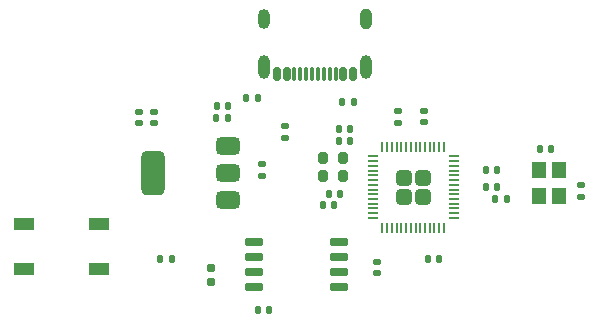
<source format=gbr>
%TF.GenerationSoftware,KiCad,Pcbnew,8.0.4*%
%TF.CreationDate,2024-07-23T17:45:02-07:00*%
%TF.ProjectId,2board_a,32626f61-7264-45f6-912e-6b696361645f,rev?*%
%TF.SameCoordinates,Original*%
%TF.FileFunction,Paste,Top*%
%TF.FilePolarity,Positive*%
%FSLAX46Y46*%
G04 Gerber Fmt 4.6, Leading zero omitted, Abs format (unit mm)*
G04 Created by KiCad (PCBNEW 8.0.4) date 2024-07-23 17:45:02*
%MOMM*%
%LPD*%
G01*
G04 APERTURE LIST*
G04 Aperture macros list*
%AMRoundRect*
0 Rectangle with rounded corners*
0 $1 Rounding radius*
0 $2 $3 $4 $5 $6 $7 $8 $9 X,Y pos of 4 corners*
0 Add a 4 corners polygon primitive as box body*
4,1,4,$2,$3,$4,$5,$6,$7,$8,$9,$2,$3,0*
0 Add four circle primitives for the rounded corners*
1,1,$1+$1,$2,$3*
1,1,$1+$1,$4,$5*
1,1,$1+$1,$6,$7*
1,1,$1+$1,$8,$9*
0 Add four rect primitives between the rounded corners*
20,1,$1+$1,$2,$3,$4,$5,0*
20,1,$1+$1,$4,$5,$6,$7,0*
20,1,$1+$1,$6,$7,$8,$9,0*
20,1,$1+$1,$8,$9,$2,$3,0*%
G04 Aperture macros list end*
%ADD10RoundRect,0.140000X-0.170000X0.140000X-0.170000X-0.140000X0.170000X-0.140000X0.170000X0.140000X0*%
%ADD11R,1.200000X1.400000*%
%ADD12R,1.700000X1.000000*%
%ADD13RoundRect,0.135000X-0.185000X0.135000X-0.185000X-0.135000X0.185000X-0.135000X0.185000X0.135000X0*%
%ADD14RoundRect,0.140000X-0.140000X-0.170000X0.140000X-0.170000X0.140000X0.170000X-0.140000X0.170000X0*%
%ADD15RoundRect,0.150000X0.650000X0.150000X-0.650000X0.150000X-0.650000X-0.150000X0.650000X-0.150000X0*%
%ADD16RoundRect,0.140000X0.140000X0.170000X-0.140000X0.170000X-0.140000X-0.170000X0.140000X-0.170000X0*%
%ADD17RoundRect,0.140000X0.170000X-0.140000X0.170000X0.140000X-0.170000X0.140000X-0.170000X-0.140000X0*%
%ADD18RoundRect,0.135000X-0.135000X-0.185000X0.135000X-0.185000X0.135000X0.185000X-0.135000X0.185000X0*%
%ADD19RoundRect,0.150000X0.150000X0.420000X-0.150000X0.420000X-0.150000X-0.420000X0.150000X-0.420000X0*%
%ADD20RoundRect,0.075000X0.075000X0.495000X-0.075000X0.495000X-0.075000X-0.495000X0.075000X-0.495000X0*%
%ADD21O,1.000000X2.000000*%
%ADD22O,1.000000X1.800000*%
%ADD23O,1.000000X1.700000*%
%ADD24RoundRect,0.135000X0.135000X0.185000X-0.135000X0.185000X-0.135000X-0.185000X0.135000X-0.185000X0*%
%ADD25RoundRect,0.200000X-0.200000X-0.275000X0.200000X-0.275000X0.200000X0.275000X-0.200000X0.275000X0*%
%ADD26RoundRect,0.160000X-0.160000X0.197500X-0.160000X-0.197500X0.160000X-0.197500X0.160000X0.197500X0*%
%ADD27RoundRect,0.249999X0.395001X-0.395001X0.395001X0.395001X-0.395001X0.395001X-0.395001X-0.395001X0*%
%ADD28RoundRect,0.050000X0.050000X-0.387500X0.050000X0.387500X-0.050000X0.387500X-0.050000X-0.387500X0*%
%ADD29RoundRect,0.050000X0.387500X-0.050000X0.387500X0.050000X-0.387500X0.050000X-0.387500X-0.050000X0*%
%ADD30RoundRect,0.375000X0.625000X0.375000X-0.625000X0.375000X-0.625000X-0.375000X0.625000X-0.375000X0*%
%ADD31RoundRect,0.500000X0.500000X1.400000X-0.500000X1.400000X-0.500000X-1.400000X0.500000X-1.400000X0*%
G04 APERTURE END LIST*
D10*
%TO.C,C3*%
X155852000Y-36728000D03*
X155852000Y-37688000D03*
%TD*%
D11*
%TO.C,Y1*%
X153996000Y-37630000D03*
X153996000Y-35430000D03*
X152296000Y-35430000D03*
X152296000Y-37630000D03*
%TD*%
D12*
%TO.C,SW1*%
X108755000Y-40030000D03*
X115055000Y-40030000D03*
X108755000Y-43830000D03*
X115055000Y-43830000D03*
%TD*%
D10*
%TO.C,C12*%
X138630000Y-43200000D03*
X138630000Y-44160000D03*
%TD*%
D13*
%TO.C,R2*%
X130822000Y-31668000D03*
X130822000Y-32688000D03*
%TD*%
D14*
%TO.C,C2*%
X125020000Y-31000000D03*
X125980000Y-31000000D03*
%TD*%
%TO.C,C8*%
X147840000Y-35430000D03*
X148800000Y-35430000D03*
%TD*%
D15*
%TO.C,U3*%
X135410000Y-45349000D03*
X135410000Y-44079000D03*
X135410000Y-42809000D03*
X135410000Y-41539000D03*
X128210000Y-41539000D03*
X128210000Y-42809000D03*
X128210000Y-44079000D03*
X128210000Y-45349000D03*
%TD*%
D16*
%TO.C,C10*%
X135478750Y-37430000D03*
X134518750Y-37430000D03*
%TD*%
D17*
%TO.C,C11*%
X128880000Y-35910000D03*
X128880000Y-34950000D03*
%TD*%
D16*
%TO.C,C7*%
X136360000Y-31930000D03*
X135400000Y-31930000D03*
%TD*%
D18*
%TO.C,R5*%
X120251000Y-42936000D03*
X121271000Y-42936000D03*
%TD*%
D14*
%TO.C,C14*%
X147840000Y-36840000D03*
X148800000Y-36840000D03*
%TD*%
D18*
%TO.C,R1*%
X127490000Y-29347000D03*
X128510000Y-29347000D03*
%TD*%
D19*
%TO.C,J1*%
X136580000Y-27315000D03*
X135780000Y-27315000D03*
D20*
X134630000Y-27315000D03*
X133630000Y-27315000D03*
X133130000Y-27315000D03*
X132130000Y-27315000D03*
D19*
X130980000Y-27315000D03*
X130180000Y-27315000D03*
X130180000Y-27315000D03*
X130980000Y-27315000D03*
D20*
X131630000Y-27315000D03*
X132630000Y-27315000D03*
X134130000Y-27315000D03*
X135130000Y-27315000D03*
D19*
X135780000Y-27315000D03*
X136580000Y-27315000D03*
D21*
X137700000Y-26745000D03*
D22*
X137700000Y-22605000D03*
D21*
X129060000Y-26745000D03*
D23*
X129060000Y-22605000D03*
%TD*%
D24*
%TO.C,R4*%
X149590000Y-37856000D03*
X148570000Y-37856000D03*
%TD*%
D25*
%TO.C,R7*%
X134055000Y-34430000D03*
X135705000Y-34430000D03*
%TD*%
D26*
%TO.C,R6*%
X124571000Y-43735500D03*
X124571000Y-44930500D03*
%TD*%
D25*
%TO.C,R8*%
X134055000Y-35930000D03*
X135705000Y-35930000D03*
%TD*%
D16*
%TO.C,C6*%
X136360000Y-32930000D03*
X135400000Y-32930000D03*
%TD*%
D27*
%TO.C,U1*%
X140878000Y-37678000D03*
X142478000Y-37678000D03*
X140878000Y-36078000D03*
X142478000Y-36078000D03*
D28*
X139078000Y-40315500D03*
X139478000Y-40315500D03*
X139878000Y-40315500D03*
X140278000Y-40315500D03*
X140678000Y-40315500D03*
X141078000Y-40315500D03*
X141478000Y-40315500D03*
X141878000Y-40315500D03*
X142278000Y-40315500D03*
X142678000Y-40315500D03*
X143078000Y-40315500D03*
X143478000Y-40315500D03*
X143878000Y-40315500D03*
X144278000Y-40315500D03*
D29*
X145115500Y-39478000D03*
X145115500Y-39078000D03*
X145115500Y-38678000D03*
X145115500Y-38278000D03*
X145115500Y-37878000D03*
X145115500Y-37478000D03*
X145115500Y-37078000D03*
X145115500Y-36678000D03*
X145115500Y-36278000D03*
X145115500Y-35878000D03*
X145115500Y-35478000D03*
X145115500Y-35078000D03*
X145115500Y-34678000D03*
X145115500Y-34278000D03*
D28*
X144278000Y-33440500D03*
X143878000Y-33440500D03*
X143478000Y-33440500D03*
X143078000Y-33440500D03*
X142678000Y-33440500D03*
X142278000Y-33440500D03*
X141878000Y-33440500D03*
X141478000Y-33440500D03*
X141078000Y-33440500D03*
X140678000Y-33440500D03*
X140278000Y-33440500D03*
X139878000Y-33440500D03*
X139478000Y-33440500D03*
X139078000Y-33440500D03*
D29*
X138240500Y-34278000D03*
X138240500Y-34678000D03*
X138240500Y-35078000D03*
X138240500Y-35478000D03*
X138240500Y-35878000D03*
X138240500Y-36278000D03*
X138240500Y-36678000D03*
X138240500Y-37078000D03*
X138240500Y-37478000D03*
X138240500Y-37878000D03*
X138240500Y-38278000D03*
X138240500Y-38678000D03*
X138240500Y-39078000D03*
X138240500Y-39478000D03*
%TD*%
D17*
%TO.C,C18*%
X118500000Y-31480000D03*
X118500000Y-30520000D03*
%TD*%
D30*
%TO.C,U2*%
X125972000Y-37978000D03*
X125972000Y-35678000D03*
D31*
X119672000Y-35678000D03*
D30*
X125972000Y-33378000D03*
%TD*%
D14*
%TO.C,C1*%
X125040000Y-30000000D03*
X126000000Y-30000000D03*
%TD*%
D16*
%TO.C,C9*%
X134978750Y-38430000D03*
X134018750Y-38430000D03*
%TD*%
D14*
%TO.C,C5*%
X128536000Y-47254000D03*
X129496000Y-47254000D03*
%TD*%
D16*
%TO.C,C4*%
X153360000Y-33680000D03*
X152400000Y-33680000D03*
%TD*%
D17*
%TO.C,C16*%
X140380000Y-31410000D03*
X140380000Y-30450000D03*
%TD*%
%TO.C,C15*%
X142630000Y-31390000D03*
X142630000Y-30430000D03*
%TD*%
D18*
%TO.C,R3*%
X135620000Y-29680000D03*
X136640000Y-29680000D03*
%TD*%
D14*
%TO.C,C13*%
X142900000Y-42930000D03*
X143860000Y-42930000D03*
%TD*%
D17*
%TO.C,C17*%
X119745000Y-31478000D03*
X119745000Y-30518000D03*
%TD*%
M02*

</source>
